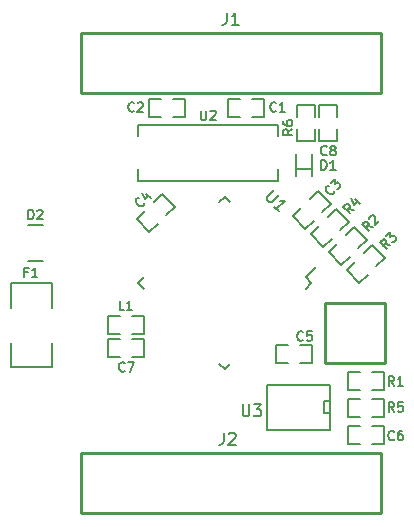
<source format=gbr>
G04 #@! TF.GenerationSoftware,KiCad,Pcbnew,5.0.0-fee4fd1~66~ubuntu16.04.1*
G04 #@! TF.CreationDate,2018-09-24T17:33:27+02:00*
G04 #@! TF.ProjectId,bus-module_atmega324,6275732D6D6F64756C655F61746D6567,B*
G04 #@! TF.SameCoordinates,Original*
G04 #@! TF.FileFunction,Legend,Top*
G04 #@! TF.FilePolarity,Positive*
%FSLAX46Y46*%
G04 Gerber Fmt 4.6, Leading zero omitted, Abs format (unit mm)*
G04 Created by KiCad (PCBNEW 5.0.0-fee4fd1~66~ubuntu16.04.1) date Mon Sep 24 17:33:27 2018*
%MOMM*%
%LPD*%
G01*
G04 APERTURE LIST*
%ADD10C,0.150000*%
%ADD11C,0.254000*%
G04 APERTURE END LIST*
D10*
G04 #@! TO.C,U3*
X103083000Y-113155000D02*
X103083000Y-109345000D01*
X107909000Y-110742000D02*
X108417000Y-110742000D01*
X107909000Y-111758000D02*
X107909000Y-110742000D01*
X108417000Y-111758000D02*
X107909000Y-111758000D01*
X108417000Y-113155000D02*
X108417000Y-109472000D01*
X103083000Y-113155000D02*
X108417000Y-113155000D01*
X108417000Y-109345000D02*
X103083000Y-109345000D01*
X108417000Y-109472000D02*
X108417000Y-109345000D01*
G04 #@! TO.C,D2*
X82840000Y-98857500D02*
X84140000Y-98857500D01*
X82840000Y-95857500D02*
X84140000Y-95857500D01*
G04 #@! TO.C,F1*
X84861600Y-107873100D02*
X84861600Y-105790300D01*
X81381800Y-107873100D02*
X84861600Y-107873100D01*
X81381800Y-105790300D02*
X81381800Y-107873100D01*
X84861600Y-100786500D02*
X84861600Y-102869300D01*
X81381800Y-100786500D02*
X84861600Y-100786500D01*
X81381800Y-102869300D02*
X81381800Y-100786500D01*
G04 #@! TO.C,R6*
X105588000Y-88721500D02*
X105588000Y-87705500D01*
X107112000Y-88721500D02*
X105588000Y-88721500D01*
X107112000Y-87705500D02*
X107112000Y-88721500D01*
X107112000Y-85673500D02*
X107112000Y-86689500D01*
X105588000Y-85673500D02*
X107112000Y-85673500D01*
X105588000Y-86689500D02*
X105588000Y-85673500D01*
G04 #@! TO.C,R1*
X109976000Y-108279500D02*
X110992000Y-108279500D01*
X109976000Y-109803500D02*
X109976000Y-108279500D01*
X110992000Y-109803500D02*
X109976000Y-109803500D01*
X113024000Y-109803500D02*
X112008000Y-109803500D01*
X113024000Y-108279500D02*
X113024000Y-109803500D01*
X112008000Y-108279500D02*
X113024000Y-108279500D01*
G04 #@! TO.C,R5*
X109976000Y-110565500D02*
X110992000Y-110565500D01*
X109976000Y-112089500D02*
X109976000Y-110565500D01*
X110992000Y-112089500D02*
X109976000Y-112089500D01*
X113024000Y-112089500D02*
X112008000Y-112089500D01*
X113024000Y-110565500D02*
X113024000Y-112089500D01*
X112008000Y-110565500D02*
X113024000Y-110565500D01*
G04 #@! TO.C,L1*
X92634000Y-105104500D02*
X91618000Y-105104500D01*
X92634000Y-103580500D02*
X92634000Y-105104500D01*
X91618000Y-103580500D02*
X92634000Y-103580500D01*
X89586000Y-103580500D02*
X90602000Y-103580500D01*
X89586000Y-105104500D02*
X89586000Y-103580500D01*
X90602000Y-105104500D02*
X89586000Y-105104500D01*
G04 #@! TO.C,R4*
X109998446Y-95548685D02*
X109280026Y-96267105D01*
X108920815Y-94471054D02*
X109998446Y-95548685D01*
X108202395Y-95189474D02*
X108920815Y-94471054D01*
X106765554Y-96626315D02*
X107483974Y-95907895D01*
X107843185Y-97703946D02*
X106765554Y-96626315D01*
X108561605Y-96985526D02*
X107843185Y-97703946D01*
G04 #@! TO.C,R2*
X111522446Y-97072685D02*
X110804026Y-97791105D01*
X110444815Y-95995054D02*
X111522446Y-97072685D01*
X109726395Y-96713474D02*
X110444815Y-95995054D01*
X108289554Y-98150315D02*
X109007974Y-97431895D01*
X109367185Y-99227946D02*
X108289554Y-98150315D01*
X110085605Y-98509526D02*
X109367185Y-99227946D01*
G04 #@! TO.C,R3*
X113046446Y-98596685D02*
X112328026Y-99315105D01*
X111968815Y-97519054D02*
X113046446Y-98596685D01*
X111250395Y-98237474D02*
X111968815Y-97519054D01*
X109813554Y-99674315D02*
X110531974Y-98955895D01*
X110891185Y-100751946D02*
X109813554Y-99674315D01*
X111609605Y-100033526D02*
X110891185Y-100751946D01*
G04 #@! TO.C,C3*
X105241554Y-95102315D02*
X105959974Y-94383895D01*
X106319185Y-96179946D02*
X105241554Y-95102315D01*
X107037605Y-95461526D02*
X106319185Y-96179946D01*
X108474446Y-94024685D02*
X107756026Y-94743105D01*
X107396815Y-92947054D02*
X108474446Y-94024685D01*
X106678395Y-93665474D02*
X107396815Y-92947054D01*
G04 #@! TO.C,C4*
X92033554Y-95356315D02*
X92751974Y-94637895D01*
X93111185Y-96433946D02*
X92033554Y-95356315D01*
X93829605Y-95715526D02*
X93111185Y-96433946D01*
X95266446Y-94278685D02*
X94548026Y-94997105D01*
X94188815Y-93201054D02*
X95266446Y-94278685D01*
X93470395Y-93919474D02*
X94188815Y-93201054D01*
G04 #@! TO.C,C5*
X106924000Y-107562000D02*
X105908000Y-107562000D01*
X106924000Y-106038000D02*
X106924000Y-107562000D01*
X105908000Y-106038000D02*
X106924000Y-106038000D01*
X103876000Y-106038000D02*
X104892000Y-106038000D01*
X103876000Y-107562000D02*
X103876000Y-106038000D01*
X104892000Y-107562000D02*
X103876000Y-107562000D01*
G04 #@! TO.C,C6*
X113024000Y-114375500D02*
X112008000Y-114375500D01*
X113024000Y-112851500D02*
X113024000Y-114375500D01*
X112008000Y-112851500D02*
X113024000Y-112851500D01*
X109976000Y-112851500D02*
X110992000Y-112851500D01*
X109976000Y-114375500D02*
X109976000Y-112851500D01*
X110992000Y-114375500D02*
X109976000Y-114375500D01*
G04 #@! TO.C,C7*
X92634000Y-107009500D02*
X91618000Y-107009500D01*
X92634000Y-105485500D02*
X92634000Y-107009500D01*
X91618000Y-105485500D02*
X92634000Y-105485500D01*
X89586000Y-105485500D02*
X90602000Y-105485500D01*
X89586000Y-107009500D02*
X89586000Y-105485500D01*
X90602000Y-107009500D02*
X89586000Y-107009500D01*
G04 #@! TO.C,D1*
X105574360Y-91652660D02*
X105574360Y-89854340D01*
X106925640Y-89854340D02*
X106925640Y-91652660D01*
X106925640Y-91104020D02*
X105574360Y-91104020D01*
G04 #@! TO.C,C8*
X109012000Y-85673500D02*
X109012000Y-86689500D01*
X107488000Y-85673500D02*
X109012000Y-85673500D01*
X107488000Y-86689500D02*
X107488000Y-85673500D01*
X107488000Y-88721500D02*
X107488000Y-87705500D01*
X109012000Y-88721500D02*
X107488000Y-88721500D01*
X109012000Y-87705500D02*
X109012000Y-88721500D01*
G04 #@! TO.C,U2*
X92194580Y-92137800D02*
X103995420Y-92137800D01*
X103995420Y-87337200D02*
X92194580Y-87337200D01*
X92194580Y-87337200D02*
X92194580Y-88337960D01*
X92194580Y-92137800D02*
X92194580Y-91137040D01*
X103995420Y-92137800D02*
X103995420Y-91137040D01*
X103995420Y-87337200D02*
X103995420Y-88337960D01*
G04 #@! TO.C,C2*
X93078500Y-85165500D02*
X94094500Y-85165500D01*
X93078500Y-86689500D02*
X93078500Y-85165500D01*
X94094500Y-86689500D02*
X93078500Y-86689500D01*
X96126500Y-86689500D02*
X95110500Y-86689500D01*
X96126500Y-85165500D02*
X96126500Y-86689500D01*
X95110500Y-85165500D02*
X96126500Y-85165500D01*
G04 #@! TO.C,C1*
X102794000Y-86689500D02*
X101778000Y-86689500D01*
X102794000Y-85165500D02*
X102794000Y-86689500D01*
X101778000Y-85165500D02*
X102794000Y-85165500D01*
X99746000Y-85165500D02*
X100762000Y-85165500D01*
X99746000Y-86689500D02*
X99746000Y-85165500D01*
X100762000Y-86689500D02*
X99746000Y-86689500D01*
D11*
G04 #@! TO.C,J1*
X87300000Y-84657500D02*
X112700000Y-84657500D01*
X87300000Y-79577500D02*
X112700000Y-79577500D01*
X112700000Y-79577500D02*
X112700000Y-84657500D01*
X87300000Y-84657500D02*
X87300000Y-79577500D01*
G04 #@! TO.C,J2*
X87300000Y-120217500D02*
X112700000Y-120217500D01*
X87300000Y-115137500D02*
X112700000Y-115137500D01*
X112700000Y-115137500D02*
X112700000Y-120217500D01*
X87300000Y-120217500D02*
X87300000Y-115137500D01*
G04 #@! TO.C,H1*
X113040000Y-102460000D02*
X107960000Y-102460000D01*
X107960000Y-102460000D02*
X107960000Y-107540000D01*
X107960000Y-107540000D02*
X113040000Y-107540000D01*
X113040000Y-107540000D02*
X113040000Y-102460000D01*
D10*
G04 #@! TO.C,U1*
X106818555Y-100750000D02*
X106341258Y-100272703D01*
X99500000Y-108068555D02*
X99022703Y-107591258D01*
X92181445Y-100750000D02*
X92658742Y-101227297D01*
X99500000Y-93431445D02*
X99977297Y-93908742D01*
X106818555Y-100750000D02*
X106341258Y-101227297D01*
X99500000Y-93431445D02*
X99022703Y-93908742D01*
X92181445Y-100750000D02*
X92658742Y-100272703D01*
X99500000Y-108068555D02*
X99977297Y-107591258D01*
X106341258Y-100272703D02*
X107242819Y-99371142D01*
G04 #@! TO.C,U3*
X101016095Y-111033880D02*
X101016095Y-111843404D01*
X101063714Y-111938642D01*
X101111333Y-111986261D01*
X101206571Y-112033880D01*
X101397047Y-112033880D01*
X101492285Y-111986261D01*
X101539904Y-111938642D01*
X101587523Y-111843404D01*
X101587523Y-111033880D01*
X101968476Y-111033880D02*
X102587523Y-111033880D01*
X102254190Y-111414833D01*
X102397047Y-111414833D01*
X102492285Y-111462452D01*
X102539904Y-111510071D01*
X102587523Y-111605309D01*
X102587523Y-111843404D01*
X102539904Y-111938642D01*
X102492285Y-111986261D01*
X102397047Y-112033880D01*
X102111333Y-112033880D01*
X102016095Y-111986261D01*
X101968476Y-111938642D01*
G04 #@! TO.C,D2*
X82879523Y-95349404D02*
X82879523Y-94549404D01*
X83070000Y-94549404D01*
X83184285Y-94587500D01*
X83260476Y-94663690D01*
X83298571Y-94739880D01*
X83336666Y-94892261D01*
X83336666Y-95006547D01*
X83298571Y-95158928D01*
X83260476Y-95235119D01*
X83184285Y-95311309D01*
X83070000Y-95349404D01*
X82879523Y-95349404D01*
X83641428Y-94625595D02*
X83679523Y-94587500D01*
X83755714Y-94549404D01*
X83946190Y-94549404D01*
X84022380Y-94587500D01*
X84060476Y-94625595D01*
X84098571Y-94701785D01*
X84098571Y-94777976D01*
X84060476Y-94892261D01*
X83603333Y-95349404D01*
X84098571Y-95349404D01*
G04 #@! TO.C,F1*
X82803333Y-99830357D02*
X82536666Y-99830357D01*
X82536666Y-100249404D02*
X82536666Y-99449404D01*
X82917619Y-99449404D01*
X83641428Y-100249404D02*
X83184285Y-100249404D01*
X83412857Y-100249404D02*
X83412857Y-99449404D01*
X83336666Y-99563690D01*
X83260476Y-99639880D01*
X83184285Y-99677976D01*
G04 #@! TO.C,R6*
X105231904Y-87720833D02*
X104850952Y-87987500D01*
X105231904Y-88177976D02*
X104431904Y-88177976D01*
X104431904Y-87873214D01*
X104470000Y-87797023D01*
X104508095Y-87758928D01*
X104584285Y-87720833D01*
X104698571Y-87720833D01*
X104774761Y-87758928D01*
X104812857Y-87797023D01*
X104850952Y-87873214D01*
X104850952Y-88177976D01*
X104431904Y-87035119D02*
X104431904Y-87187500D01*
X104470000Y-87263690D01*
X104508095Y-87301785D01*
X104622380Y-87377976D01*
X104774761Y-87416071D01*
X105079523Y-87416071D01*
X105155714Y-87377976D01*
X105193809Y-87339880D01*
X105231904Y-87263690D01*
X105231904Y-87111309D01*
X105193809Y-87035119D01*
X105155714Y-86997023D01*
X105079523Y-86958928D01*
X104889047Y-86958928D01*
X104812857Y-86997023D01*
X104774761Y-87035119D01*
X104736666Y-87111309D01*
X104736666Y-87263690D01*
X104774761Y-87339880D01*
X104812857Y-87377976D01*
X104889047Y-87416071D01*
G04 #@! TO.C,R1*
X113836666Y-109449404D02*
X113570000Y-109068452D01*
X113379523Y-109449404D02*
X113379523Y-108649404D01*
X113684285Y-108649404D01*
X113760476Y-108687500D01*
X113798571Y-108725595D01*
X113836666Y-108801785D01*
X113836666Y-108916071D01*
X113798571Y-108992261D01*
X113760476Y-109030357D01*
X113684285Y-109068452D01*
X113379523Y-109068452D01*
X114598571Y-109449404D02*
X114141428Y-109449404D01*
X114370000Y-109449404D02*
X114370000Y-108649404D01*
X114293809Y-108763690D01*
X114217619Y-108839880D01*
X114141428Y-108877976D01*
G04 #@! TO.C,R5*
X113836666Y-111649404D02*
X113570000Y-111268452D01*
X113379523Y-111649404D02*
X113379523Y-110849404D01*
X113684285Y-110849404D01*
X113760476Y-110887500D01*
X113798571Y-110925595D01*
X113836666Y-111001785D01*
X113836666Y-111116071D01*
X113798571Y-111192261D01*
X113760476Y-111230357D01*
X113684285Y-111268452D01*
X113379523Y-111268452D01*
X114560476Y-110849404D02*
X114179523Y-110849404D01*
X114141428Y-111230357D01*
X114179523Y-111192261D01*
X114255714Y-111154166D01*
X114446190Y-111154166D01*
X114522380Y-111192261D01*
X114560476Y-111230357D01*
X114598571Y-111306547D01*
X114598571Y-111497023D01*
X114560476Y-111573214D01*
X114522380Y-111611309D01*
X114446190Y-111649404D01*
X114255714Y-111649404D01*
X114179523Y-111611309D01*
X114141428Y-111573214D01*
G04 #@! TO.C,L1*
X90976666Y-103049404D02*
X90595714Y-103049404D01*
X90595714Y-102249404D01*
X91662380Y-103049404D02*
X91205238Y-103049404D01*
X91433809Y-103049404D02*
X91433809Y-102249404D01*
X91357619Y-102363690D01*
X91281428Y-102439880D01*
X91205238Y-102477976D01*
G04 #@! TO.C,R4*
X110431624Y-94537687D02*
X109973688Y-94456875D01*
X110108375Y-94860936D02*
X109542690Y-94295250D01*
X109758189Y-94079751D01*
X109839001Y-94052813D01*
X109892876Y-94052813D01*
X109973688Y-94079751D01*
X110054500Y-94160563D01*
X110081438Y-94241375D01*
X110081438Y-94295250D01*
X110054500Y-94376062D01*
X109839001Y-94591562D01*
X110539374Y-93675690D02*
X110916497Y-94052813D01*
X110189187Y-93594878D02*
X110458561Y-94133626D01*
X110808748Y-93783439D01*
G04 #@! TO.C,R2*
X112031624Y-96037686D02*
X111573688Y-95956874D01*
X111708375Y-96360935D02*
X111142690Y-95795249D01*
X111358189Y-95579750D01*
X111439001Y-95552812D01*
X111492876Y-95552812D01*
X111573688Y-95579750D01*
X111654500Y-95660562D01*
X111681438Y-95741374D01*
X111681438Y-95795249D01*
X111654500Y-95876061D01*
X111439001Y-96091561D01*
X111735312Y-95310376D02*
X111735312Y-95256501D01*
X111762250Y-95175689D01*
X111896937Y-95041002D01*
X111977749Y-95014064D01*
X112031624Y-95014064D01*
X112112436Y-95041002D01*
X112166311Y-95094877D01*
X112220186Y-95202626D01*
X112220186Y-95849124D01*
X112570372Y-95498938D01*
G04 #@! TO.C,R3*
X113531624Y-97537686D02*
X113073688Y-97456874D01*
X113208375Y-97860935D02*
X112642690Y-97295249D01*
X112858189Y-97079750D01*
X112939001Y-97052812D01*
X112992876Y-97052812D01*
X113073688Y-97079750D01*
X113154500Y-97160562D01*
X113181438Y-97241374D01*
X113181438Y-97295249D01*
X113154500Y-97376061D01*
X112939001Y-97591561D01*
X113154500Y-96783438D02*
X113504687Y-96433252D01*
X113531624Y-96837313D01*
X113612436Y-96756501D01*
X113693248Y-96729564D01*
X113747123Y-96729564D01*
X113827935Y-96756501D01*
X113962622Y-96891188D01*
X113989560Y-96972000D01*
X113989560Y-97025875D01*
X113962622Y-97106687D01*
X113800998Y-97268312D01*
X113720186Y-97295249D01*
X113666311Y-97295249D01*
G04 #@! TO.C,C3*
X108777749Y-92983811D02*
X108777749Y-93037686D01*
X108723874Y-93145435D01*
X108669999Y-93199310D01*
X108562250Y-93253185D01*
X108454500Y-93253185D01*
X108373688Y-93226248D01*
X108239001Y-93145435D01*
X108158189Y-93064623D01*
X108077377Y-92929936D01*
X108050439Y-92849124D01*
X108050439Y-92741374D01*
X108104314Y-92633625D01*
X108158189Y-92579750D01*
X108265938Y-92525875D01*
X108319813Y-92525875D01*
X108454500Y-92283438D02*
X108804687Y-91933252D01*
X108831624Y-92337313D01*
X108912436Y-92256501D01*
X108993248Y-92229564D01*
X109047123Y-92229564D01*
X109127935Y-92256501D01*
X109262622Y-92391188D01*
X109289560Y-92472000D01*
X109289560Y-92525875D01*
X109262622Y-92606687D01*
X109100998Y-92768312D01*
X109020186Y-92795249D01*
X108966311Y-92795249D01*
G04 #@! TO.C,C4*
X92677749Y-93983811D02*
X92677749Y-94037686D01*
X92623874Y-94145435D01*
X92569999Y-94199310D01*
X92462250Y-94253185D01*
X92354500Y-94253185D01*
X92273688Y-94226248D01*
X92139001Y-94145435D01*
X92058189Y-94064623D01*
X91977377Y-93929936D01*
X91950439Y-93849124D01*
X91950439Y-93741374D01*
X92004314Y-93633625D01*
X92058189Y-93579750D01*
X92165938Y-93525875D01*
X92219813Y-93525875D01*
X92839374Y-93175689D02*
X93216497Y-93552812D01*
X92489187Y-93094877D02*
X92758561Y-93633625D01*
X93108748Y-93283438D01*
G04 #@! TO.C,C5*
X106136666Y-105573214D02*
X106098571Y-105611309D01*
X105984285Y-105649404D01*
X105908095Y-105649404D01*
X105793809Y-105611309D01*
X105717619Y-105535119D01*
X105679523Y-105458928D01*
X105641428Y-105306547D01*
X105641428Y-105192261D01*
X105679523Y-105039880D01*
X105717619Y-104963690D01*
X105793809Y-104887500D01*
X105908095Y-104849404D01*
X105984285Y-104849404D01*
X106098571Y-104887500D01*
X106136666Y-104925595D01*
X106860476Y-104849404D02*
X106479523Y-104849404D01*
X106441428Y-105230357D01*
X106479523Y-105192261D01*
X106555714Y-105154166D01*
X106746190Y-105154166D01*
X106822380Y-105192261D01*
X106860476Y-105230357D01*
X106898571Y-105306547D01*
X106898571Y-105497023D01*
X106860476Y-105573214D01*
X106822380Y-105611309D01*
X106746190Y-105649404D01*
X106555714Y-105649404D01*
X106479523Y-105611309D01*
X106441428Y-105573214D01*
G04 #@! TO.C,C6*
X113836666Y-113973214D02*
X113798571Y-114011309D01*
X113684285Y-114049404D01*
X113608095Y-114049404D01*
X113493809Y-114011309D01*
X113417619Y-113935119D01*
X113379523Y-113858928D01*
X113341428Y-113706547D01*
X113341428Y-113592261D01*
X113379523Y-113439880D01*
X113417619Y-113363690D01*
X113493809Y-113287500D01*
X113608095Y-113249404D01*
X113684285Y-113249404D01*
X113798571Y-113287500D01*
X113836666Y-113325595D01*
X114522380Y-113249404D02*
X114370000Y-113249404D01*
X114293809Y-113287500D01*
X114255714Y-113325595D01*
X114179523Y-113439880D01*
X114141428Y-113592261D01*
X114141428Y-113897023D01*
X114179523Y-113973214D01*
X114217619Y-114011309D01*
X114293809Y-114049404D01*
X114446190Y-114049404D01*
X114522380Y-114011309D01*
X114560476Y-113973214D01*
X114598571Y-113897023D01*
X114598571Y-113706547D01*
X114560476Y-113630357D01*
X114522380Y-113592261D01*
X114446190Y-113554166D01*
X114293809Y-113554166D01*
X114217619Y-113592261D01*
X114179523Y-113630357D01*
X114141428Y-113706547D01*
G04 #@! TO.C,C7*
X91036666Y-108173214D02*
X90998571Y-108211309D01*
X90884285Y-108249404D01*
X90808095Y-108249404D01*
X90693809Y-108211309D01*
X90617619Y-108135119D01*
X90579523Y-108058928D01*
X90541428Y-107906547D01*
X90541428Y-107792261D01*
X90579523Y-107639880D01*
X90617619Y-107563690D01*
X90693809Y-107487500D01*
X90808095Y-107449404D01*
X90884285Y-107449404D01*
X90998571Y-107487500D01*
X91036666Y-107525595D01*
X91303333Y-107449404D02*
X91836666Y-107449404D01*
X91493809Y-108249404D01*
G04 #@! TO.C,D1*
X107679523Y-91149404D02*
X107679523Y-90349404D01*
X107870000Y-90349404D01*
X107984285Y-90387500D01*
X108060476Y-90463690D01*
X108098571Y-90539880D01*
X108136666Y-90692261D01*
X108136666Y-90806547D01*
X108098571Y-90958928D01*
X108060476Y-91035119D01*
X107984285Y-91111309D01*
X107870000Y-91149404D01*
X107679523Y-91149404D01*
X108898571Y-91149404D02*
X108441428Y-91149404D01*
X108670000Y-91149404D02*
X108670000Y-90349404D01*
X108593809Y-90463690D01*
X108517619Y-90539880D01*
X108441428Y-90577976D01*
G04 #@! TO.C,C8*
X108136666Y-89873214D02*
X108098571Y-89911309D01*
X107984285Y-89949404D01*
X107908095Y-89949404D01*
X107793809Y-89911309D01*
X107717619Y-89835119D01*
X107679523Y-89758928D01*
X107641428Y-89606547D01*
X107641428Y-89492261D01*
X107679523Y-89339880D01*
X107717619Y-89263690D01*
X107793809Y-89187500D01*
X107908095Y-89149404D01*
X107984285Y-89149404D01*
X108098571Y-89187500D01*
X108136666Y-89225595D01*
X108593809Y-89492261D02*
X108517619Y-89454166D01*
X108479523Y-89416071D01*
X108441428Y-89339880D01*
X108441428Y-89301785D01*
X108479523Y-89225595D01*
X108517619Y-89187500D01*
X108593809Y-89149404D01*
X108746190Y-89149404D01*
X108822380Y-89187500D01*
X108860476Y-89225595D01*
X108898571Y-89301785D01*
X108898571Y-89339880D01*
X108860476Y-89416071D01*
X108822380Y-89454166D01*
X108746190Y-89492261D01*
X108593809Y-89492261D01*
X108517619Y-89530357D01*
X108479523Y-89568452D01*
X108441428Y-89644642D01*
X108441428Y-89797023D01*
X108479523Y-89873214D01*
X108517619Y-89911309D01*
X108593809Y-89949404D01*
X108746190Y-89949404D01*
X108822380Y-89911309D01*
X108860476Y-89873214D01*
X108898571Y-89797023D01*
X108898571Y-89644642D01*
X108860476Y-89568452D01*
X108822380Y-89530357D01*
X108746190Y-89492261D01*
G04 #@! TO.C,U2*
X97485476Y-86149404D02*
X97485476Y-86797023D01*
X97523571Y-86873214D01*
X97561666Y-86911309D01*
X97637857Y-86949404D01*
X97790238Y-86949404D01*
X97866428Y-86911309D01*
X97904523Y-86873214D01*
X97942619Y-86797023D01*
X97942619Y-86149404D01*
X98285476Y-86225595D02*
X98323571Y-86187500D01*
X98399761Y-86149404D01*
X98590238Y-86149404D01*
X98666428Y-86187500D01*
X98704523Y-86225595D01*
X98742619Y-86301785D01*
X98742619Y-86377976D01*
X98704523Y-86492261D01*
X98247380Y-86949404D01*
X98742619Y-86949404D01*
G04 #@! TO.C,C2*
X91836666Y-86173214D02*
X91798571Y-86211309D01*
X91684285Y-86249404D01*
X91608095Y-86249404D01*
X91493809Y-86211309D01*
X91417619Y-86135119D01*
X91379523Y-86058928D01*
X91341428Y-85906547D01*
X91341428Y-85792261D01*
X91379523Y-85639880D01*
X91417619Y-85563690D01*
X91493809Y-85487500D01*
X91608095Y-85449404D01*
X91684285Y-85449404D01*
X91798571Y-85487500D01*
X91836666Y-85525595D01*
X92141428Y-85525595D02*
X92179523Y-85487500D01*
X92255714Y-85449404D01*
X92446190Y-85449404D01*
X92522380Y-85487500D01*
X92560476Y-85525595D01*
X92598571Y-85601785D01*
X92598571Y-85677976D01*
X92560476Y-85792261D01*
X92103333Y-86249404D01*
X92598571Y-86249404D01*
G04 #@! TO.C,C1*
X103836666Y-86173214D02*
X103798571Y-86211309D01*
X103684285Y-86249404D01*
X103608095Y-86249404D01*
X103493809Y-86211309D01*
X103417619Y-86135119D01*
X103379523Y-86058928D01*
X103341428Y-85906547D01*
X103341428Y-85792261D01*
X103379523Y-85639880D01*
X103417619Y-85563690D01*
X103493809Y-85487500D01*
X103608095Y-85449404D01*
X103684285Y-85449404D01*
X103798571Y-85487500D01*
X103836666Y-85525595D01*
X104598571Y-86249404D02*
X104141428Y-86249404D01*
X104370000Y-86249404D02*
X104370000Y-85449404D01*
X104293809Y-85563690D01*
X104217619Y-85639880D01*
X104141428Y-85677976D01*
G04 #@! TO.C,J1*
X99666666Y-77869880D02*
X99666666Y-78584166D01*
X99619047Y-78727023D01*
X99523809Y-78822261D01*
X99380952Y-78869880D01*
X99285714Y-78869880D01*
X100666666Y-78869880D02*
X100095238Y-78869880D01*
X100380952Y-78869880D02*
X100380952Y-77869880D01*
X100285714Y-78012738D01*
X100190476Y-78107976D01*
X100095238Y-78155595D01*
G04 #@! TO.C,J2*
X99412666Y-113429880D02*
X99412666Y-114144166D01*
X99365047Y-114287023D01*
X99269809Y-114382261D01*
X99126952Y-114429880D01*
X99031714Y-114429880D01*
X99841238Y-113525119D02*
X99888857Y-113477500D01*
X99984095Y-113429880D01*
X100222190Y-113429880D01*
X100317428Y-113477500D01*
X100365047Y-113525119D01*
X100412666Y-113620357D01*
X100412666Y-113715595D01*
X100365047Y-113858452D01*
X99793619Y-114429880D01*
X100412666Y-114429880D01*
G04 #@! TO.C,U1*
X103658477Y-92875526D02*
X103086057Y-93447946D01*
X103052385Y-93548961D01*
X103052385Y-93616305D01*
X103086057Y-93717320D01*
X103220744Y-93852007D01*
X103321759Y-93885679D01*
X103389103Y-93885679D01*
X103490118Y-93852007D01*
X104062538Y-93279587D01*
X104062538Y-94693801D02*
X103658477Y-94289740D01*
X103860507Y-94491770D02*
X104567614Y-93784664D01*
X104399255Y-93818335D01*
X104264568Y-93818335D01*
X104163553Y-93784664D01*
G04 #@! TD*
M02*

</source>
